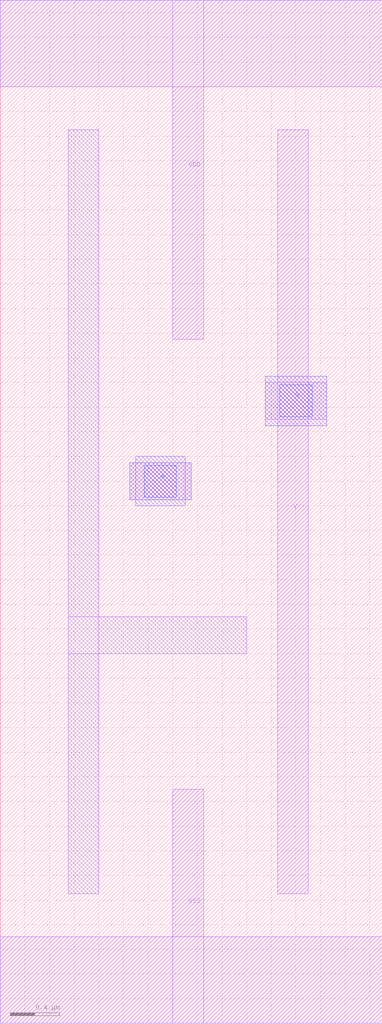
<source format=lef>
# Copyright 2022 Google LLC
# Licensed under the Apache License, Version 2.0 (the "License");
# you may not use this file except in compliance with the License.
# You may obtain a copy of the License at
#
#      http://www.apache.org/licenses/LICENSE-2.0
#
# Unless required by applicable law or agreed to in writing, software
# distributed under the License is distributed on an "AS IS" BASIS,
# WITHOUT WARRANTIES OR CONDITIONS OF ANY KIND, either express or implied.
# See the License for the specific language governing permissions and
# limitations under the License.
VERSION 5.7 ;
BUSBITCHARS "[]" ;
DIVIDERCHAR "/" ;

MACRO gf180mcu_osu_sc_gp12t3v3__clkbuf_1
  CLASS CORE ;
  ORIGIN 0 0 ;
  FOREIGN gf180mcu_osu_sc_gp12t3v3__clkbuf_1 0 0 ;
  SIZE 3.1 BY 8.3 ;
  SYMMETRY X Y ;
  SITE gf180mcu_osu_sc_gp12t3v3 ;
  PIN VDD
    DIRECTION INOUT ;
    USE POWER ;
    SHAPE ABUTMENT ;
    PORT
      LAYER Metal1 ;
        RECT 0 7.6 3.1 8.3 ;
        RECT 1.4 5.55 1.65 8.3 ;
    END
  END VDD
  PIN VSS
    DIRECTION INOUT ;
    USE GROUND ;
    SHAPE ABUTMENT ;
    PORT
      LAYER Metal1 ;
        RECT 0 0 3.1 0.7 ;
        RECT 1.4 0 1.65 1.9 ;
    END
  END VSS
  PIN A
    DIRECTION INPUT ;
    USE SIGNAL ;
    PORT
      LAYER Metal1 ;
        RECT 1.05 4.25 1.55 4.55 ;
      LAYER Metal2 ;
        RECT 1.05 4.25 1.55 4.55 ;
        RECT 1.1 4.2 1.5 4.6 ;
      LAYER Via1 ;
        RECT 1.17 4.27 1.43 4.53 ;
    END
  END A
  PIN Y
    DIRECTION OUTPUT ;
    USE SIGNAL ;
    PORT
      LAYER Metal1 ;
        RECT 2.15 4.9 2.65 5.2 ;
        RECT 2.25 1.05 2.5 7.25 ;
      LAYER Metal2 ;
        RECT 2.15 4.85 2.65 5.25 ;
      LAYER Via1 ;
        RECT 2.27 4.92 2.53 5.18 ;
    END
  END Y
  OBS
    LAYER Metal1 ;
      RECT 0.55 1.05 0.8 7.25 ;
      RECT 0.55 3 2 3.3 ;
  END
END gf180mcu_osu_sc_gp12t3v3__clkbuf_1

</source>
